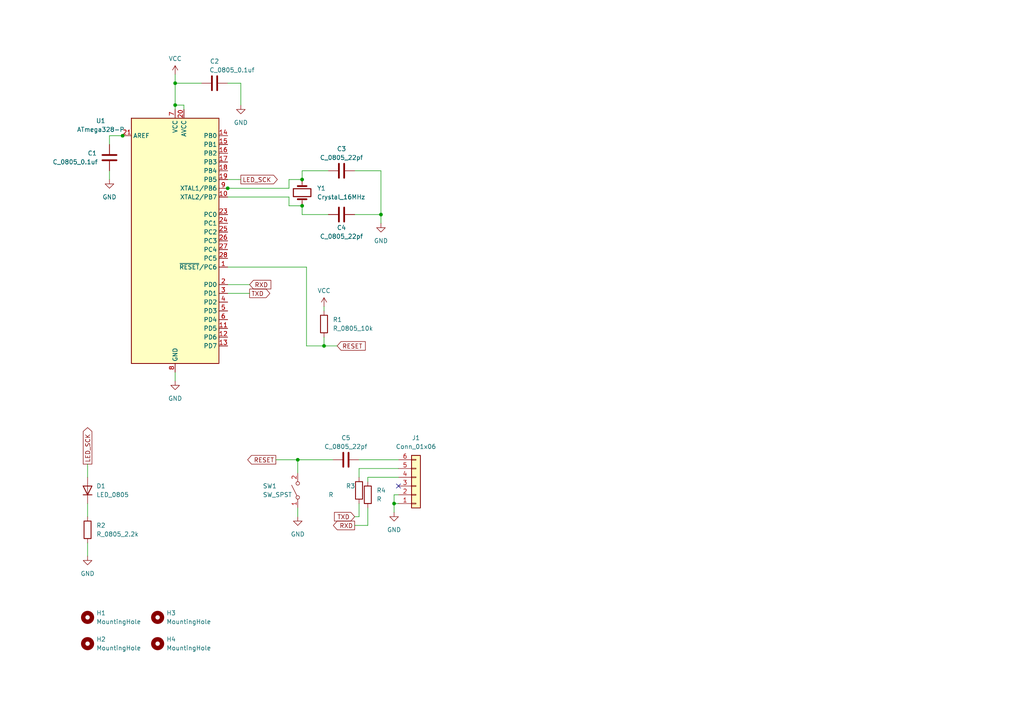
<source format=kicad_sch>
(kicad_sch (version 20211123) (generator eeschema)
  (paper "A4")
  (lib_symbols
    (symbol "Connector_Generic:Conn_01x06" (pin_names (offset 1.016) hide)
      (property "Reference" "J" (at 0 7.62 0))
      (property "Value" "Conn_01x06" (at 0 -10.16 0))
      (symbol "Conn_01x06_1_1"
        (rectangle (start -1.27 -7.493) (end 0 -7.747) (stroke (width 0.1524)))
        (rectangle (start -1.27 -4.953) (end 0 -5.207) (stroke (width 0.1524)))
        (rectangle (start -1.27 -2.413) (end 0 -2.667) (stroke (width 0.1524)))
        (rectangle (start -1.27 0.127) (end 0 -0.127) (stroke (width 0.1524)))
        (rectangle (start -1.27 2.667) (end 0 2.413) (stroke (width 0.1524)))
        (rectangle (start -1.27 5.207) (end 0 4.953) (stroke (width 0.1524)))
        (rectangle (start -1.27 6.35) (end 1.27 -8.89) (stroke (width 0.254)) (fill (type background)))
        (pin passive line (at -5.08 5.08 0) (length 3.81) (name "Pin_1") (number "1"))
        (pin passive line (at -5.08 2.54 0) (length 3.81) (name "Pin_2") (number "2"))
        (pin passive line (at -5.08 0 0) (length 3.81) (name "Pin_3") (number "3"))
        (pin passive line (at -5.08 -2.54 0) (length 3.81) (name "Pin_4") (number "4"))
        (pin passive line (at -5.08 -5.08 0) (length 3.81) (name "Pin_5") (number "5"))
        (pin passive line (at -5.08 -7.62 0) (length 3.81) (name "Pin_6") (number "6"))
      )
    )
    (symbol "Device:C" (pin_numbers hide) (pin_names (offset 0.254))
      (property "Reference" "C" (at 0.635 2.54 0))
      (property "Value" "C" (at 0.635 -2.54 0))
      (symbol "C_0_1"
        (polyline (pts (xy -2.032 -0.762) (xy 2.032 -0.762)) (stroke (width 0.508)))
        (polyline (pts (xy -2.032 0.762) (xy 2.032 0.762)) (stroke (width 0.508)))
      )
      (symbol "C_1_1"
        (pin passive line (at 0 3.81 270) (length 2.794) (name "~") (number "1"))
        (pin passive line (at 0 -3.81 90) (length 2.794) (name "~") (number "2"))
      )
    )
    (symbol "Device:Crystal" (pin_numbers hide) (pin_names (offset 1.016) hide)
      (property "Reference" "Y" (at 0 3.81 0))
      (property "Value" "Crystal" (at 0 -3.81 0))
      (symbol "Crystal_0_1"
        (rectangle (start -1.143 2.54) (end 1.143 -2.54) (stroke (width 0.3048)))
        (polyline (pts (xy -2.54 0) (xy -1.905 0)))
        (polyline (pts (xy -1.905 -1.27) (xy -1.905 1.27)) (stroke (width 0.508)))
        (polyline (pts (xy 1.905 -1.27) (xy 1.905 1.27)) (stroke (width 0.508)))
        (polyline (pts (xy 2.54 0) (xy 1.905 0)))
      )
      (symbol "Crystal_1_1"
        (pin passive line (at -3.81 0 0) (length 1.27) (name "1") (number "1"))
        (pin passive line (at 3.81 0 180) (length 1.27) (name "2") (number "2"))
      )
    )
    (symbol "Device:D" (pin_numbers hide) (pin_names (offset 1.016) hide)
      (property "Reference" "D" (at 0 2.54 0))
      (property "Value" "D" (at 0 -2.54 0))
      (symbol "D_0_1"
        (polyline (pts (xy -1.27 1.27) (xy -1.27 -1.27)) (stroke (width 0.254)))
        (polyline (pts (xy 1.27 0) (xy -1.27 0)))
        (polyline (pts (xy 1.27 1.27) (xy 1.27 -1.27) (xy -1.27 0) (xy 1.27 1.27)) (stroke (width 0.254)))
      )
      (symbol "D_1_1"
        (pin passive line (at -3.81 0 0) (length 2.54) (name "K") (number "1"))
        (pin passive line (at 3.81 0 180) (length 2.54) (name "A") (number "2"))
      )
    )
    (symbol "Device:R" (pin_numbers hide) (pin_names (offset 0))
      (property "Reference" "R" (at 2.032 0 90))
      (property "Value" "R" (at 0 0 90))
      (symbol "R_0_1"
        (rectangle (start -1.016 -2.54) (end 1.016 2.54) (stroke (width 0.254)))
      )
      (symbol "R_1_1"
        (pin passive line (at 0 3.81 270) (length 1.27) (name "~") (number "1"))
        (pin passive line (at 0 -3.81 90) (length 1.27) (name "~") (number "2"))
      )
    )
    (symbol "HPS:MountingHole" (pin_names (offset 1.016))
      (property "Reference" "H" (at 0 5.08 0))
      (property "Value" "MountingHole" (at 0 3.175 0))
      (symbol "MountingHole_0_1"
        (circle (center 0 0) (radius 1.27) (stroke (width 1.27)))
      )
    )
    (symbol "MCU_Microchip_ATmega:ATmega328-P"
      (property "Reference" "U" (at -12.7 36.83 0))
      (property "Value" "ATmega328-P" (at 2.54 -36.83 0))
      (symbol "ATmega328-P_0_1"
        (rectangle (start -12.7 -35.56) (end 12.7 35.56) (stroke (width 0.254)) (fill (type background)))
      )
      (symbol "ATmega328-P_1_1"
        (pin bidirectional line (at 15.24 -7.62 180) (length 2.54) (name "~{RESET}/PC6") (number "1"))
        (pin bidirectional line (at 15.24 12.7 180) (length 2.54) (name "XTAL2/PB7") (number "10"))
        (pin bidirectional line (at 15.24 -25.4 180) (length 2.54) (name "PD5") (number "11"))
        (pin bidirectional line (at 15.24 -27.94 180) (length 2.54) (name "PD6") (number "12"))
        (pin bidirectional line (at 15.24 -30.48 180) (length 2.54) (name "PD7") (number "13"))
        (pin bidirectional line (at 15.24 30.48 180) (length 2.54) (name "PB0") (number "14"))
        (pin bidirectional line (at 15.24 27.94 180) (length 2.54) (name "PB1") (number "15"))
        (pin bidirectional line (at 15.24 25.4 180) (length 2.54) (name "PB2") (number "16"))
        (pin bidirectional line (at 15.24 22.86 180) (length 2.54) (name "PB3") (number "17"))
        (pin bidirectional line (at 15.24 20.32 180) (length 2.54) (name "PB4") (number "18"))
        (pin bidirectional line (at 15.24 17.78 180) (length 2.54) (name "PB5") (number "19"))
        (pin bidirectional line (at 15.24 -12.7 180) (length 2.54) (name "PD0") (number "2"))
        (pin power_in line (at 2.54 38.1 270) (length 2.54) (name "AVCC") (number "20"))
        (pin passive line (at -15.24 30.48 0) (length 2.54) (name "AREF") (number "21"))
        (pin passive line (at 0 -38.1 90) (length 2.54) hide (name "GND") (number "22"))
        (pin bidirectional line (at 15.24 7.62 180) (length 2.54) (name "PC0") (number "23"))
        (pin bidirectional line (at 15.24 5.08 180) (length 2.54) (name "PC1") (number "24"))
        (pin bidirectional line (at 15.24 2.54 180) (length 2.54) (name "PC2") (number "25"))
        (pin bidirectional line (at 15.24 0 180) (length 2.54) (name "PC3") (number "26"))
        (pin bidirectional line (at 15.24 -2.54 180) (length 2.54) (name "PC4") (number "27"))
        (pin bidirectional line (at 15.24 -5.08 180) (length 2.54) (name "PC5") (number "28"))
        (pin bidirectional line (at 15.24 -15.24 180) (length 2.54) (name "PD1") (number "3"))
        (pin bidirectional line (at 15.24 -17.78 180) (length 2.54) (name "PD2") (number "4"))
        (pin bidirectional line (at 15.24 -20.32 180) (length 2.54) (name "PD3") (number "5"))
        (pin bidirectional line (at 15.24 -22.86 180) (length 2.54) (name "PD4") (number "6"))
        (pin power_in line (at 0 38.1 270) (length 2.54) (name "VCC") (number "7"))
        (pin power_in line (at 0 -38.1 90) (length 2.54) (name "GND") (number "8"))
        (pin bidirectional line (at 15.24 15.24 180) (length 2.54) (name "XTAL1/PB6") (number "9"))
      )
    )
    (symbol "Switch:SW_SPST" (pin_names (offset 0) hide)
      (property "Reference" "SW" (at 0 3.175 0))
      (property "Value" "SW_SPST" (at 0 -2.54 0))
      (symbol "SW_SPST_0_0"
        (circle (center -2.032 0) (radius 0.508))
        (polyline (pts (xy -1.524 0.254) (xy 1.524 1.778)))
        (circle (center 2.032 0) (radius 0.508))
      )
      (symbol "SW_SPST_1_1"
        (pin passive line (at -5.08 0 0) (length 2.54) (name "A") (number "1"))
        (pin passive line (at 5.08 0 180) (length 2.54) (name "B") (number "2"))
      )
    )
    (symbol "power:GND" (power) (pin_names (offset 0))
      (property "Value" "GND" (at 0 -3.81 0))
      (symbol "GND_0_1"
        (polyline (pts (xy 0 0) (xy 0 -1.27) (xy 1.27 -1.27) (xy 0 -2.54) (xy -1.27 -1.27) (xy 0 -1.27)))
      )
      (symbol "GND_1_1"
        (pin power_in line (at 0 0 270) (length 0) hide (name "GND") (number "1"))
      )
    )
    (symbol "power:VCC" (power) (pin_names (offset 0))
      (property "Value" "VCC" (at 0 3.81 0))
      (symbol "VCC_0_1"
        (polyline (pts (xy -0.762 1.27) (xy 0 2.54)))
        (polyline (pts (xy 0 0) (xy 0 2.54)))
        (polyline (pts (xy 0 2.54) (xy 0.762 1.27)))
      )
      (symbol "VCC_1_1"
        (pin power_in line (at 0 0 90) (length 0) hide (name "VCC") (number "1"))
      )
    )
  )
  (junction (at 35.56 39.37))
  (junction (at 93.98 100.33))
  (junction (at 86.36 133.35))
  (junction (at 110.49 62.23))
  (junction (at 87.63 59.69))
  (junction (at 114.3 146.05))
  (junction (at 87.63 52.07))
  (junction (at 50.8 30.48))
  (junction (at 50.8 24.13))
  (junction (at 66.04 54.61))
  (no_connect (at 115.57 140.97))
  (wire (pts (xy 86.36 133.35) (xy 86.36 137.16)))
  (wire (pts (xy 50.8 24.13) (xy 50.8 30.48)))
  (wire (pts (xy 66.04 85.09) (xy 72.39 85.09)))
  (wire (pts (xy 66.04 52.07) (xy 69.85 52.07)))
  (wire (pts (xy 115.57 143.51) (xy 114.3 143.51)))
  (wire (pts (xy 110.49 49.53) (xy 110.49 62.23)))
  (wire (pts (xy 53.34 31.75) (xy 53.34 30.48)))
  (wire (pts (xy 31.75 49.53) (xy 31.75 52.07)))
  (wire (pts (xy 87.63 49.53) (xy 95.25 49.53)))
  (wire (pts (xy 87.63 59.69) (xy 87.63 62.23)))
  (wire (pts (xy 25.4 157.48) (xy 25.4 161.29)))
  (wire (pts (xy 50.8 21.59) (xy 50.8 24.13)))
  (wire (pts (xy 69.85 24.13) (xy 69.85 30.48)))
  (wire (pts (xy 88.9 100.33) (xy 93.98 100.33)))
  (wire (pts (xy 66.04 54.61) (xy 83.82 54.61)))
  (wire (pts (xy 25.4 146.05) (xy 25.4 149.86)))
  (wire (pts (xy 86.36 147.32) (xy 86.36 149.86)))
  (wire (pts (xy 104.14 138.43) (xy 104.14 135.89)))
  (wire (pts (xy 93.98 88.9) (xy 93.98 90.17)))
  (wire (pts (xy 87.63 49.53) (xy 87.63 52.07)))
  (wire (pts (xy 66.04 57.15) (xy 83.82 57.15)))
  (wire (pts (xy 25.4 134.62) (xy 25.4 138.43)))
  (wire (pts (xy 106.68 139.7) (xy 106.68 138.43)))
  (wire (pts (xy 87.63 62.23) (xy 95.25 62.23)))
  (wire (pts (xy 50.8 30.48) (xy 50.8 31.75)))
  (wire (pts (xy 31.75 39.37) (xy 35.56 39.37)))
  (wire (pts (xy 104.14 146.05) (xy 104.14 149.86)))
  (wire (pts (xy 35.56 39.37) (xy 36.83 39.37)))
  (wire (pts (xy 66.04 77.47) (xy 88.9 77.47)))
  (wire (pts (xy 83.82 57.15) (xy 83.82 59.69)))
  (wire (pts (xy 93.98 97.79) (xy 93.98 100.33)))
  (wire (pts (xy 106.68 147.32) (xy 106.68 152.4)))
  (wire (pts (xy 83.82 54.61) (xy 83.82 52.07)))
  (wire (pts (xy 102.87 149.86) (xy 104.14 149.86)))
  (wire (pts (xy 102.87 49.53) (xy 110.49 49.53)))
  (wire (pts (xy 104.14 135.89) (xy 115.57 135.89)))
  (wire (pts (xy 31.75 39.37) (xy 31.75 41.91)))
  (wire (pts (xy 83.82 52.07) (xy 87.63 52.07)))
  (wire (pts (xy 64.77 54.61) (xy 66.04 54.61)))
  (wire (pts (xy 88.9 77.47) (xy 88.9 100.33)))
  (wire (pts (xy 50.8 107.95) (xy 50.8 110.49)))
  (wire (pts (xy 104.14 133.35) (xy 115.57 133.35)))
  (wire (pts (xy 86.36 133.35) (xy 96.52 133.35)))
  (wire (pts (xy 66.04 24.13) (xy 69.85 24.13)))
  (wire (pts (xy 102.87 62.23) (xy 110.49 62.23)))
  (wire (pts (xy 50.8 24.13) (xy 58.42 24.13)))
  (wire (pts (xy 110.49 62.23) (xy 110.49 64.77)))
  (wire (pts (xy 102.87 152.4) (xy 106.68 152.4)))
  (wire (pts (xy 83.82 59.69) (xy 87.63 59.69)))
  (wire (pts (xy 114.3 143.51) (xy 114.3 146.05)))
  (wire (pts (xy 93.98 100.33) (xy 97.79 100.33)))
  (wire (pts (xy 114.3 146.05) (xy 114.3 148.59)))
  (wire (pts (xy 66.04 82.55) (xy 72.39 82.55)))
  (wire (pts (xy 53.34 30.48) (xy 50.8 30.48)))
  (wire (pts (xy 106.68 138.43) (xy 115.57 138.43)))
  (wire (pts (xy 80.01 133.35) (xy 86.36 133.35)))
  (wire (pts (xy 114.3 146.05) (xy 115.57 146.05)))
  (global_label "RXD" (shape input) (at 72.39 82.55 0) (property "Intersheet References" "${INTERSHEET_REFS}" (effects hide)))
  (global_label "LED_SCK" (shape output) (at 25.4 134.62 90) (property "Intersheet References" "${INTERSHEET_REFS}" (effects hide)))
  (global_label "RESET" (shape input) (at 97.79 100.33 0) (property "Intersheet References" "${INTERSHEET_REFS}" (effects hide)))
  (global_label "TXD" (shape input) (at 102.87 149.86 180) (property "Intersheet References" "${INTERSHEET_REFS}" (effects hide)))
  (global_label "TXD" (shape output) (at 72.39 85.09 0) (property "Intersheet References" "${INTERSHEET_REFS}" (effects hide)))
  (global_label "LED_SCK" (shape output) (at 69.85 52.07 0) (property "Intersheet References" "${INTERSHEET_REFS}" (effects hide)))
  (global_label "RXD" (shape output) (at 102.87 152.4 180) (property "Intersheet References" "${INTERSHEET_REFS}" (effects hide)))
  (global_label "RESET" (shape output) (at 80.01 133.35 180) (property "Intersheet References" "${INTERSHEET_REFS}" (effects hide)))
  (symbol (lib_id "Device:R") (at 93.98 93.98 0) (unit 1)
    (property "Reference" "R1" (at 96.52 92.7099 0) (effects (justify left)))
    (property "Value" "R_0805_10k" (at 96.52 95.2499 0) (effects (justify left)))
  )
  (symbol (lib_id "Device:R") (at 106.68 143.51 0) (unit 1)
    (property "Reference" "R4" (at 109.22 142.2399 0) (effects (justify left)))
    (property "Value" "R" (at 109.22 144.7799 0) (effects (justify left)))
  )
  (symbol (lib_id "Device:C") (at 100.33 133.35 270) (unit 1)
    (property "Reference" "C5" (at 100.33 127 90))
    (property "Value" "C_0805_22pf" (at 100.33 129.54 90))
  )
  (symbol (lib_id "Device:R") (at 25.4 153.67 0) (unit 1)
    (property "Reference" "R2" (at 27.94 152.3999 0) (effects (justify left)))
    (property "Value" "R_0805_2.2k" (at 27.94 154.9399 0) (effects (justify left)))
  )
  (symbol (lib_id "power:GND") (at 110.49 64.77 0) (unit 1)
    (property "Reference" "#PWR06" (effects hide))
    (property "Value" "GND" (at 110.49 69.85 0))
  )
  (symbol (lib_id "power:GND") (at 25.4 161.29 0) (unit 1)
    (property "Reference" "#PWR07" (effects hide))
    (property "Value" "GND" (at 25.4 166.37 0))
  )
  (symbol (lib_id "HPS:MountingHole") (at 45.72 179.07 0) (unit 1)
    (property "Reference" "H3" (at 48.26 177.7999 0) (effects (justify left)))
    (property "Value" "MountingHole" (at 48.26 180.3399 0) (effects (justify left)))
    (property "Footprint" "footprints:MountingHole_3.2mm_M3" (effects hide))
  )
  (symbol (lib_id "HPS:MountingHole") (at 25.4 179.07 0) (unit 1)
    (property "Reference" "H1" (at 27.94 177.7999 0) (effects (justify left)))
    (property "Value" "MountingHole" (at 27.94 180.3399 0) (effects (justify left)))
    (property "Footprint" "footprints:MountingHole_3.2mm_M3" (effects hide))
  )
  (symbol (lib_id "power:GND") (at 86.36 149.86 0) (unit 1)
    (property "Reference" "#PWR08" (effects hide))
    (property "Value" "GND" (at 86.36 154.94 0))
  )
  (symbol (lib_id "MCU_Microchip_ATmega:ATmega328-P") (at 50.8 69.85 0) (unit 1)
    (property "Reference" "U1" (at 29.21 35.0393 0))
    (property "Value" "ATmega328-P" (at 29.21 37.5793 0))
    (property "Footprint" "Package_DIP:DIP-28_W7.62mm" (effects hide))
    (property "Datasheet" "http://ww1.microchip.com/downloads/en/DeviceDoc/ATmega328_P%20AVR%20MCU%20with%20picoPower%20Technology%20Data%20Sheet%2040001984A.pdf" (effects hide))
  )
  (symbol (lib_id "power:VCC") (at 93.98 88.9 0) (unit 1)
    (property "Reference" "#PWR05" (effects hide))
    (property "Value" "VCC" (at 93.98 84.328 0))
  )
  (symbol (lib_id "power:GND") (at 50.8 110.49 0) (unit 1)
    (property "Reference" "#PWR03" (effects hide))
    (property "Value" "GND" (at 50.8 115.57 0))
  )
  (symbol (lib_id "Device:C") (at 99.06 62.23 270) (unit 1)
    (property "Reference" "C4" (at 99.06 66.04 90))
    (property "Value" "C_0805_22pf" (at 99.06 68.58 90))
  )
  (symbol (lib_id "Device:C") (at 62.23 24.13 90) (unit 1)
    (property "Reference" "C2" (at 62.23 17.78 90))
    (property "Value" "C_0805_0.1uf" (at 67.31 20.32 90))
  )
  (symbol (lib_id "Connector_Generic:Conn_01x06") (at 120.65 140.97 0) (mirror x) (unit 1)
    (property "Reference" "J1" (at 120.65 127 0))
    (property "Value" "Conn_01x06" (at 120.65 129.54 0))
  )
  (symbol (lib_id "power:GND") (at 31.75 52.07 0) (unit 1)
    (property "Reference" "#PWR01" (effects hide))
    (property "Value" "GND" (at 31.75 57.15 0))
  )
  (symbol (lib_id "HPS:MountingHole") (at 25.4 186.69 0) (unit 1)
    (property "Reference" "H2" (at 27.94 185.4199 0) (effects (justify left)))
    (property "Value" "MountingHole" (at 27.94 187.9599 0) (effects (justify left)))
    (property "Footprint" "footprints:MountingHole_3.2mm_M3" (effects hide))
  )
  (symbol (lib_id "Device:C") (at 99.06 49.53 90) (unit 1)
    (property "Reference" "C3" (at 99.06 43.18 90))
    (property "Value" "C_0805_22pf" (at 99.06 45.72 90))
  )
  (symbol (lib_id "power:GND") (at 69.85 30.48 0) (unit 1)
    (property "Reference" "#PWR04" (effects hide))
    (property "Value" "GND" (at 69.85 35.56 0))
  )
  (symbol (lib_id "power:GND") (at 114.3 148.59 0) (unit 1)
    (property "Reference" "#PWR09" (effects hide))
    (property "Value" "GND" (at 114.3 153.67 0))
  )
  (symbol (lib_id "Device:Crystal") (at 87.63 55.88 90) (unit 1)
    (property "Reference" "Y1" (at 91.948 54.6099 90) (effects (justify right)))
    (property "Value" "Crystal_16MHz" (at 91.948 57.1499 90) (effects (justify right)))
  )
  (symbol (lib_id "Device:R") (at 104.14 142.24 0) (unit 1)
    (property "Reference" "R3" (at 100.33 140.97 0) (effects (justify left)))
    (property "Value" "R" (at 95.25 143.51 0) (effects (justify left)))
  )
  (symbol (lib_id "power:VCC") (at 50.8 21.59 0) (unit 1)
    (property "Reference" "#PWR02" (effects hide))
    (property "Value" "VCC" (at 50.8 17.018 0))
  )
  (symbol (lib_id "Device:D") (at 25.4 142.24 90) (unit 1)
    (property "Reference" "D1" (at 27.94 140.9699 90) (effects (justify right)))
    (property "Value" "LED_0805" (at 27.94 143.5099 90) (effects (justify right)))
  )
  (symbol (lib_id "Switch:SW_SPST") (at 86.36 142.24 90) (unit 1)
    (property "Reference" "SW1" (at 76.2 140.97 90) (effects (justify right)))
    (property "Value" "SW_SPST" (at 76.2 143.51 90) (effects (justify right)))
  )
  (symbol (lib_id "Device:C") (at 31.75 45.72 0) (unit 1)
    (property "Reference" "C1" (at 25.4 44.45 0) (effects (justify left)))
    (property "Value" "C_0805_0.1uf" (at 15.24 46.99 0) (effects (justify left)))
  )
  (symbol (lib_id "HPS:MountingHole") (at 45.72 186.69 0) (unit 1)
    (property "Reference" "H4" (at 48.26 185.4199 0) (effects (justify left)))
    (property "Value" "MountingHole" (at 48.26 187.9599 0) (effects (justify left)))
    (property "Footprint" "footprints:MountingHole_3.2mm_M3" (effects hide))
  )
)
</source>
